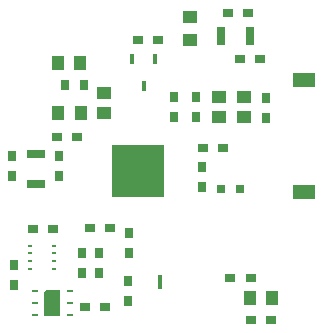
<source format=gbr>
G04 DipTrace 3.2.0.1*
G04 TopPaste.gbr*
%MOIN*%
G04 #@! TF.FileFunction,Paste,Top*
G04 #@! TF.Part,Single*
%AMOUTLINE2*
4,1,4,
-0.014807,-0.015708,
-0.014721,0.015788,
0.014807,0.015708,
0.014721,-0.015788,
-0.014807,-0.015708,
0*%
%AMOUTLINE5*
4,1,4,
0.035375,0.023708,
0.03549,-0.023535,
-0.035375,-0.023708,
-0.03549,0.023535,
0.035375,0.023708,
0*%
%AMOUTLINE8*
4,1,5,
0.025591,-0.043307,
-0.025591,-0.043307,
-0.025591,0.035771,
-0.018054,0.043307,
0.025591,0.043307,
0.025591,-0.043307,
0*%
%ADD69R,0.003937X0.004921*%
%ADD71R,0.004921X0.003937*%
%ADD73R,0.023622X0.007874*%
%ADD75R,0.017717X0.045276*%
%ADD77R,0.023622X0.003937*%
%ADD79R,0.011811X0.005906*%
%ADD81R,0.062992X0.031496*%
%ADD83O,0.017717X0.0*%
%ADD85O,0.0X0.017717*%
%ADD87R,0.177165X0.177165*%
%ADD89R,0.047244X0.03937*%
%ADD93R,0.031496X0.062992*%
%ADD95R,0.017717X0.033465*%
%ADD99R,0.022126X0.022126*%
%ADD101R,0.029528X0.031496*%
%ADD103R,0.049213X0.03937*%
%ADD105R,0.051181X0.043307*%
%ADD109R,0.035433X0.031496*%
%ADD111R,0.031496X0.035433*%
%ADD113R,0.043307X0.051181*%
%ADD118OUTLINE2*%
%ADD121OUTLINE5*%
%ADD124OUTLINE8*%
%FSLAX26Y26*%
G04*
G70*
G90*
G75*
G01*
G04 TopPaste*
%LPD*%
D113*
X-311820Y361811D3*
X-237017D3*
D111*
X75984Y180709D3*
Y247638D3*
X150394Y246850D3*
Y179921D3*
X383465Y244882D3*
Y177953D3*
D113*
X-310639Y194094D3*
X-235836D3*
D109*
X-315364Y112598D3*
X-248434D3*
X172432Y77165D3*
X239361D3*
D111*
X-306299Y-15354D3*
Y51575D3*
X-462992Y-15748D3*
Y51181D3*
X168888Y-54331D3*
Y12598D3*
D109*
X-205521Y-190157D3*
X-138592D3*
X-395669Y-192913D3*
X-328740D3*
D111*
X-459055Y-379921D3*
Y-312992D3*
X-78740Y-433858D3*
Y-366929D3*
D109*
X330709Y-356299D3*
X263780D3*
D113*
X329134Y-424409D3*
X403937D3*
D109*
X-220079Y-453150D3*
X-153150D3*
X333465Y-497244D3*
X400394D3*
D105*
X130315Y513386D3*
Y438583D3*
D118*
X-288189Y286220D3*
X-225197Y286047D3*
D103*
X-157490Y192913D3*
Y259843D3*
D101*
X231890Y-58268D3*
X294882D3*
D99*
X516929Y-66142D3*
D109*
X255906Y528740D3*
X322835D3*
X-44488Y438189D3*
X22441D3*
D111*
X-75197Y-274016D3*
Y-207087D3*
X-231890Y-338976D3*
Y-272047D3*
X-173228Y-338583D3*
Y-271654D3*
D95*
X11417Y372835D3*
X-63386D3*
X-25984Y282283D3*
D93*
X330315Y450000D3*
X231890D3*
D121*
X507874Y305118D3*
X508787Y-68898D3*
D89*
X310630Y180315D3*
X224016D3*
Y247244D3*
X310630D3*
D87*
X-45449Y-394D3*
D85*
X-132063Y118701D3*
X-116315D3*
X-100567D3*
X-84819D3*
X-69071D3*
X-53323D3*
X-37575D3*
X-21827D3*
X-6079D3*
X9670D3*
X25418D3*
X41166D3*
D83*
X73646Y86220D3*
Y70472D3*
Y54724D3*
Y38976D3*
Y23228D3*
Y7480D3*
Y-8268D3*
Y-24016D3*
Y-39764D3*
Y-55512D3*
Y-71260D3*
Y-87008D3*
D85*
X41166Y-119488D3*
X25418D3*
X9670D3*
X-6079D3*
X-21827D3*
X-37575D3*
X-53323D3*
X-69071D3*
X-84819D3*
X-100567D3*
X-116315D3*
X-132063D3*
D83*
X-164543Y-87008D3*
Y-71260D3*
Y-55512D3*
Y-39764D3*
Y-24016D3*
Y-8268D3*
Y7480D3*
Y23228D3*
Y38976D3*
Y54724D3*
Y70472D3*
Y86220D3*
D81*
X-384252Y56693D3*
Y-41732D3*
D79*
X-404724Y-274016D3*
Y-299606D3*
X-324016D3*
Y-274016D3*
X-404724Y-248425D3*
Y-325197D3*
X-324016D3*
Y-248425D3*
D77*
X74803Y-395276D3*
Y-369685D3*
Y-344094D3*
X-15748D3*
Y-369685D3*
Y-395276D3*
D75*
X29528Y-369685D3*
D73*
X-272441Y-400787D3*
Y-440157D3*
Y-479528D3*
X-386614Y-400787D3*
Y-440157D3*
Y-479528D3*
D124*
X-329528Y-440157D3*
D71*
X198819Y-441732D3*
Y-461417D3*
Y-481102D3*
Y-500787D3*
D69*
X218504D3*
X238189D3*
D71*
X257874D3*
Y-481102D3*
Y-461417D3*
Y-441732D3*
D69*
X238189D3*
X218504D3*
D109*
X296850Y373228D3*
X363780D3*
M02*

</source>
